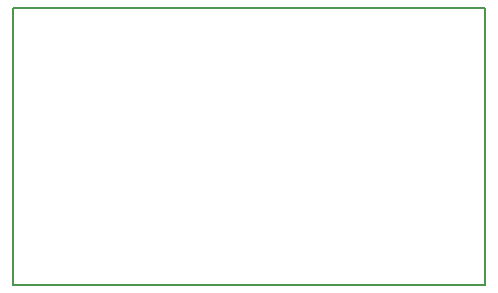
<source format=gbr>
G04 #@! TF.GenerationSoftware,KiCad,Pcbnew,(5.0.1)-3*
G04 #@! TF.CreationDate,2019-04-26T03:26:33+02:00*
G04 #@! TF.ProjectId,piezo_amplifier,7069657A6F5F616D706C69666965722E,rev?*
G04 #@! TF.SameCoordinates,Original*
G04 #@! TF.FileFunction,Profile,NP*
%FSLAX46Y46*%
G04 Gerber Fmt 4.6, Leading zero omitted, Abs format (unit mm)*
G04 Created by KiCad (PCBNEW (5.0.1)-3) date 19/04/26 3:26:33 AM*
%MOMM*%
%LPD*%
G01*
G04 APERTURE LIST*
%ADD10C,0.150000*%
G04 APERTURE END LIST*
D10*
X105000000Y-95000000D02*
X105000000Y-71500000D01*
X145000000Y-95000000D02*
X105000000Y-95000000D01*
X145000000Y-71500000D02*
X145000000Y-95000000D01*
X105000000Y-71500000D02*
X145000000Y-71500000D01*
M02*

</source>
